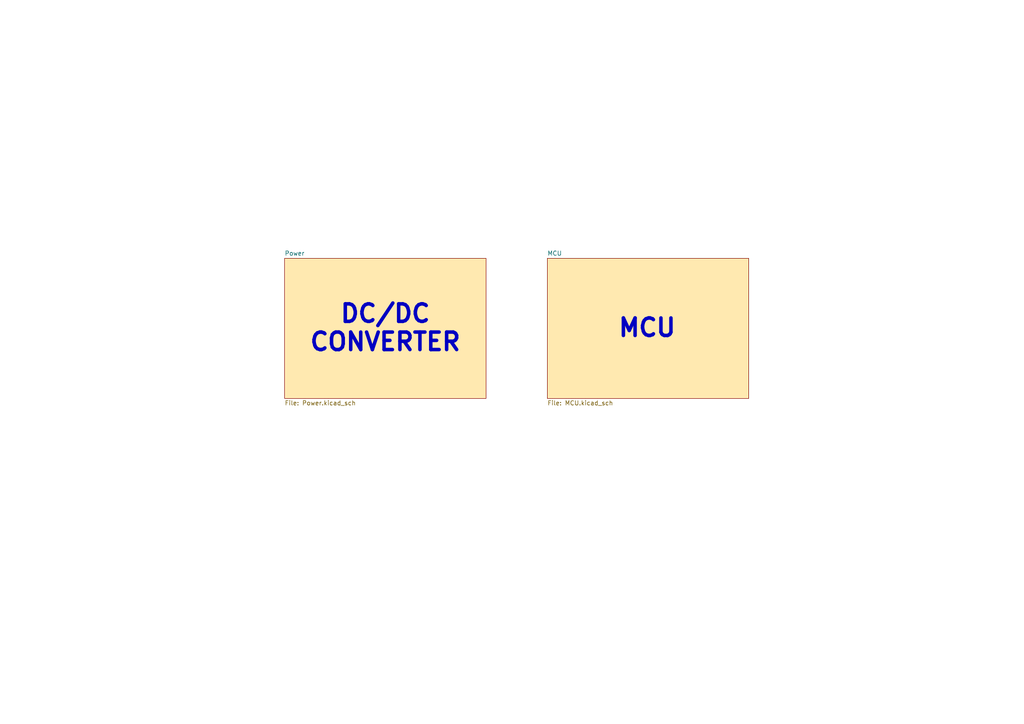
<source format=kicad_sch>
(kicad_sch
	(version 20231120)
	(generator "eeschema")
	(generator_version "8.0")
	(uuid "a591a4a0-93a8-4a3b-994d-4036a770364c")
	(paper "A4")
	(title_block
		(title " SynchGaze - Motor Control")
		(date "2024-09-21")
		(rev "1.0")
		(company "WM")
	)
	(lib_symbols)
	(text "DC/DC\nCONVERTER"
		(exclude_from_sim no)
		(at 111.76 95.25 0)
		(effects
			(font
				(size 5.08 5.08)
				(thickness 1.016)
				(bold yes)
			)
		)
		(uuid "651474e1-d19f-4c04-95ab-f46caa14f187")
	)
	(text "MCU"
		(exclude_from_sim no)
		(at 187.706 95.25 0)
		(effects
			(font
				(size 5.08 5.08)
				(thickness 1.016)
				(bold yes)
			)
		)
		(uuid "abdd81e8-3cf3-44b8-86ab-f6fdf7593267")
	)
	(sheet
		(at 82.55 74.93)
		(size 58.42 40.64)
		(fields_autoplaced yes)
		(stroke
			(width 0.1524)
			(type solid)
		)
		(fill
			(color 255 233 176 1.0000)
		)
		(uuid "7369541a-070a-4211-bd9b-ae2b5020e449")
		(property "Sheetname" "Power"
			(at 82.55 74.2184 0)
			(effects
				(font
					(size 1.27 1.27)
				)
				(justify left bottom)
			)
		)
		(property "Sheetfile" "Power.kicad_sch"
			(at 82.55 116.1546 0)
			(effects
				(font
					(size 1.27 1.27)
				)
				(justify left top)
			)
		)
		(instances
			(project "SynchGaze_Motor_Control"
				(path "/a591a4a0-93a8-4a3b-994d-4036a770364c"
					(page "4")
				)
			)
		)
	)
	(sheet
		(at 158.75 74.93)
		(size 58.42 40.64)
		(fields_autoplaced yes)
		(stroke
			(width 0.1524)
			(type solid)
		)
		(fill
			(color 255 233 176 1.0000)
		)
		(uuid "b941f2c2-1724-41ab-89d1-536a4b839b09")
		(property "Sheetname" "MCU"
			(at 158.75 74.2184 0)
			(effects
				(font
					(size 1.27 1.27)
				)
				(justify left bottom)
			)
		)
		(property "Sheetfile" "MCU.kicad_sch"
			(at 158.75 116.1546 0)
			(effects
				(font
					(size 1.27 1.27)
				)
				(justify left top)
			)
		)
		(instances
			(project "SynchGaze_Motor_Control"
				(path "/a591a4a0-93a8-4a3b-994d-4036a770364c"
					(page "2")
				)
			)
		)
	)
	(sheet_instances
		(path "/"
			(page "1")
		)
	)
)

</source>
